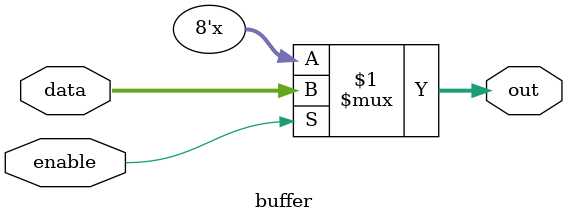
<source format=v>


module 	buffer(data, enable, out);
input	[7:0]	data;
input		enable;
output	[7:0] 	out;

wire	[7:0] 	out;

assign	#1 out = (enable) ? data : 8'bz;

endmodule 
// instanciar buffer


</source>
